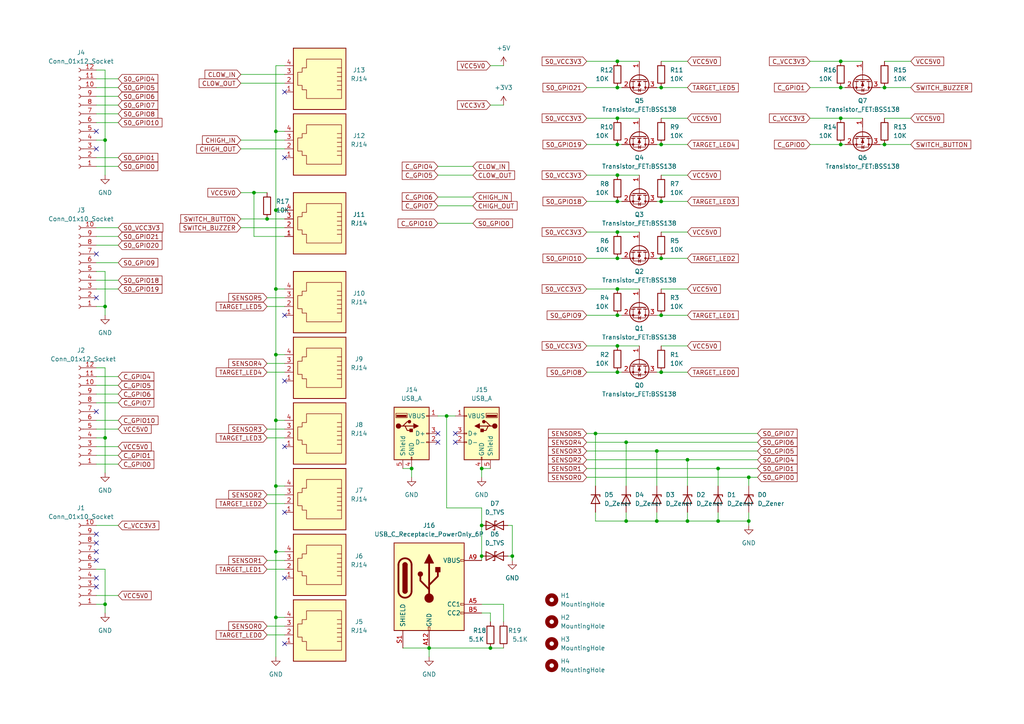
<source format=kicad_sch>
(kicad_sch (version 20230121) (generator eeschema)
  (paper "A4")
  (lib_symbols
    (symbol "Connector:Conn_01x10_Socket" (pin_names (offset 1.016) hide)
      (property "Reference" "J" (at 0 12.7 0))
      (property "Value" "Conn_01x10_Socket" (at 0 -15.24 0))
      (symbol "Conn_01x10_Socket_1_1"
        (pin passive line (at -5.08 10.16 0) (length 3.81) (name "Pin_1") (number "1"))
        (pin passive line (at -5.08 -12.7 0) (length 3.81) (name "Pin_10") (number "10"))
        (pin passive line (at -5.08 7.62 0) (length 3.81) (name "Pin_2") (number "2"))
        (pin passive line (at -5.08 5.08 0) (length 3.81) (name "Pin_3") (number "3"))
        (pin passive line (at -5.08 2.54 0) (length 3.81) (name "Pin_4") (number "4"))
        (pin passive line (at -5.08 0 0) (length 3.81) (name "Pin_5") (number "5"))
        (pin passive line (at -5.08 -2.54 0) (length 3.81) (name "Pin_6") (number "6"))
        (pin passive line (at -5.08 -5.08 0) (length 3.81) (name "Pin_7") (number "7"))
        (pin passive line (at -5.08 -7.62 0) (length 3.81) (name "Pin_8") (number "8"))
        (pin passive line (at -5.08 -10.16 0) (length 3.81) (name "Pin_9") (number "9"))
      )
    )
    (symbol "Connector:Conn_01x12_Socket" (pin_names (offset 1.016) hide)
      (property "Reference" "J" (at 0 15.24 0))
      (property "Value" "Conn_01x12_Socket" (at 0 -17.78 0))
      (symbol "Conn_01x12_Socket_1_1"
        (pin passive line (at -5.08 12.7 0) (length 3.81) (name "Pin_1") (number "1"))
        (pin passive line (at -5.08 -10.16 0) (length 3.81) (name "Pin_10") (number "10"))
        (pin passive line (at -5.08 -12.7 0) (length 3.81) (name "Pin_11") (number "11"))
        (pin passive line (at -5.08 -15.24 0) (length 3.81) (name "Pin_12") (number "12"))
        (pin passive line (at -5.08 10.16 0) (length 3.81) (name "Pin_2") (number "2"))
        (pin passive line (at -5.08 7.62 0) (length 3.81) (name "Pin_3") (number "3"))
        (pin passive line (at -5.08 5.08 0) (length 3.81) (name "Pin_4") (number "4"))
        (pin passive line (at -5.08 2.54 0) (length 3.81) (name "Pin_5") (number "5"))
        (pin passive line (at -5.08 0 0) (length 3.81) (name "Pin_6") (number "6"))
        (pin passive line (at -5.08 -2.54 0) (length 3.81) (name "Pin_7") (number "7"))
        (pin passive line (at -5.08 -5.08 0) (length 3.81) (name "Pin_8") (number "8"))
        (pin passive line (at -5.08 -7.62 0) (length 3.81) (name "Pin_9") (number "9"))
      )
    )
    (symbol "Connector:RJ14" (pin_names (offset 1.016))
      (property "Reference" "J" (at -5.08 11.43 0))
      (property "Value" "RJ14" (at 2.54 11.43 0))
      (symbol "RJ14_1_1"
        (pin passive line (at 10.16 -2.54 180) (length 2.54) (name "~") (number "1"))
        (pin passive line (at 10.16 0 180) (length 2.54) (name "~") (number "2"))
        (pin passive line (at 10.16 2.54 180) (length 2.54) (name "~") (number "3"))
        (pin passive line (at 10.16 5.08 180) (length 2.54) (name "~") (number "4"))
      )
    )
    (symbol "Connector:USB_A" (pin_names (offset 1.016))
      (property "Reference" "J" (at -5.08 11.43 0))
      (property "Value" "USB_A" (at -5.08 8.89 0))
      (symbol "USB_A_1_1"
        (pin power_in line (at 7.62 5.08 180) (length 2.54) (name "VBUS") (number "1"))
        (pin bidirectional line (at 7.62 -2.54 180) (length 2.54) (name "D-") (number "2"))
        (pin bidirectional line (at 7.62 0 180) (length 2.54) (name "D+") (number "3"))
        (pin power_in line (at 0 -10.16 90) (length 2.54) (name "GND") (number "4"))
        (pin passive line (at -2.54 -10.16 90) (length 2.54) (name "Shield") (number "5"))
      )
    )
    (symbol "Connector:USB_C_Receptacle_PowerOnly_6P" (pin_names (offset 1.016))
      (property "Reference" "J" (at 0 16.51 0))
      (property "Value" "USB_C_Receptacle_PowerOnly_6P" (at 0 13.97 0))
      (symbol "USB_C_Receptacle_PowerOnly_6P_1_1"
        (pin passive line (at 0 -17.78 90) (length 5.08) (name "GND") (number "A12"))
        (pin bidirectional line (at 15.24 -5.08 180) (length 5.08) (name "CC1") (number "A5"))
        (pin passive line (at 15.24 7.62 180) (length 5.08) (name "VBUS") (number "A9"))
        (pin passive line (at 0 -17.78 90) (length 5.08) hide (name "GND") (number "B12"))
        (pin bidirectional line (at 15.24 -7.62 180) (length 5.08) (name "CC2") (number "B5"))
        (pin passive line (at 15.24 7.62 180) (length 5.08) hide (name "VBUS") (number "B9"))
        (pin passive line (at -7.62 -17.78 90) (length 5.08) (name "SHIELD") (number "S1"))
      )
    )
    (symbol "Device:D_TVS" (pin_numbers hide) (pin_names (offset 1.016) hide)
      (property "Reference" "D" (at 0 2.54 0))
      (property "Value" "D_TVS" (at 0 -2.54 0))
      (symbol "D_TVS_1_1"
        (pin passive line (at -3.81 0 0) (length 2.54) (name "A1") (number "1"))
        (pin passive line (at 3.81 0 180) (length 2.54) (name "A2") (number "2"))
      )
    )
    (symbol "Device:D_Zener" (pin_numbers hide) (pin_names (offset 1.016) hide)
      (property "Reference" "D" (at 0 2.54 0))
      (property "Value" "D_Zener" (at 0 -2.54 0))
      (symbol "D_Zener_1_1"
        (pin passive line (at -3.81 0 0) (length 2.54) (name "K") (number "1"))
        (pin passive line (at 3.81 0 180) (length 2.54) (name "A") (number "2"))
      )
    )
    (symbol "Device:R" (pin_numbers hide) (pin_names (offset 0))
      (property "Reference" "R" (at 2.032 0 90))
      (property "Value" "R" (at 0 0 90))
      (symbol "R_1_1"
        (pin passive line (at 0 3.81 270) (length 1.27) (name "~") (number "1"))
        (pin passive line (at 0 -3.81 90) (length 1.27) (name "~") (number "2"))
      )
    )
    (symbol "Mechanical:MountingHole" (pin_names (offset 1.016))
      (property "Reference" "H" (at 0 5.08 0))
      (property "Value" "MountingHole" (at 0 3.175 0))
    )
    (symbol "Transistor_FET:BSS138" (pin_names hide)
      (property "Reference" "Q" (at 5.08 1.905 0))
      (property "Value" "BSS138" (at 5.08 0 0))
      (symbol "BSS138_1_1"
        (pin input line (at -5.08 0 0) (length 2.54) (name "G") (number "1"))
        (pin passive line (at 2.54 -5.08 90) (length 2.54) (name "S") (number "2"))
        (pin passive line (at 2.54 5.08 270) (length 2.54) (name "D") (number "3"))
      )
    )
    (symbol "power:+3V3" (power) (pin_names (offset 0))
      (property "Value" "+3V3" (at 0 3.556 0))
      (symbol "+3V3_1_1"
        (pin power_in line (at 0 0 90) (length 0) hide (name "+3V3") (number "1"))
      )
    )
    (symbol "power:+5V" (power) (pin_names (offset 0))
      (property "Value" "+5V" (at 0 3.556 0))
      (symbol "+5V_1_1"
        (pin power_in line (at 0 0 90) (length 0) hide (name "+5V") (number "1"))
      )
    )
    (symbol "power:GND" (power) (pin_names (offset 0))
      (property "Value" "GND" (at 0 -3.81 0))
      (symbol "GND_1_1"
        (pin power_in line (at 0 0 270) (length 0) hide (name "GND") (number "1"))
      )
    )
  )
  (junction (at 181.61 151.13))
  (junction (at 191.77 107.95))
  (junction (at 179.07 74.93))
  (junction (at 80.01 140.97))
  (junction (at 179.07 34.29))
  (junction (at 179.07 91.44))
  (junction (at 179.07 58.42))
  (junction (at 30.48 40.64))
  (junction (at 172.72 125.73))
  (junction (at 80.01 179.07))
  (junction (at 124.46 187.96))
  (junction (at 181.61 128.27))
  (junction (at 217.17 151.13))
  (junction (at 179.07 100.33))
  (junction (at 208.28 135.89))
  (junction (at 179.07 107.95))
  (junction (at 243.84 17.78))
  (junction (at 191.77 41.91))
  (junction (at 30.48 88.9))
  (junction (at 179.07 17.78))
  (junction (at 80.01 38.1))
  (junction (at 243.84 41.91))
  (junction (at 179.07 83.82))
  (junction (at 217.17 138.43))
  (junction (at 30.48 127))
  (junction (at 256.54 41.91))
  (junction (at 30.48 175.26))
  (junction (at 119.38 135.89))
  (junction (at 139.7 135.89))
  (junction (at 80.01 60.96))
  (junction (at 179.07 50.8))
  (junction (at 179.07 41.91))
  (junction (at 80.01 121.92))
  (junction (at 179.07 67.31))
  (junction (at 191.77 58.42))
  (junction (at 77.47 63.5))
  (junction (at 199.39 133.35))
  (junction (at 243.84 25.4))
  (junction (at 190.5 151.13))
  (junction (at 191.77 74.93))
  (junction (at 142.24 187.96))
  (junction (at 80.01 102.87))
  (junction (at 179.07 25.4))
  (junction (at 80.01 160.02))
  (junction (at 148.59 161.29))
  (junction (at 199.39 151.13))
  (junction (at 129.54 120.65))
  (junction (at 139.7 161.29))
  (junction (at 73.66 55.88))
  (junction (at 191.77 25.4))
  (junction (at 243.84 34.29))
  (junction (at 191.77 91.44))
  (junction (at 139.7 152.4))
  (junction (at 256.54 25.4))
  (junction (at 190.5 130.81))
  (junction (at 208.28 151.13))
  (junction (at 80.01 83.82))
  (no_connect (at 82.55 148.59))
  (no_connect (at 82.55 186.69))
  (no_connect (at 27.94 170.18))
  (no_connect (at 27.94 86.36))
  (no_connect (at 27.94 162.56))
  (no_connect (at 27.94 38.1))
  (no_connect (at 27.94 43.18))
  (no_connect (at 27.94 154.94))
  (no_connect (at 127 125.73))
  (no_connect (at 82.55 110.49))
  (no_connect (at 82.55 167.64))
  (no_connect (at 82.55 45.72))
  (no_connect (at 82.55 91.44))
  (no_connect (at 132.08 128.27))
  (no_connect (at 127 128.27))
  (no_connect (at 27.94 167.64))
  (no_connect (at 82.55 129.54))
  (no_connect (at 27.94 73.66))
  (no_connect (at 27.94 119.38))
  (no_connect (at 132.08 125.73))
  (no_connect (at 27.94 157.48))
  (no_connect (at 27.94 160.02))
  (no_connect (at 82.55 26.67))
  (wire (pts (xy 147.32 161.29) (xy 148.59 161.29)))
  (wire (pts (xy 77.47 184.15) (xy 82.55 184.15)))
  (wire (pts (xy 77.47 88.9) (xy 82.55 88.9)))
  (wire (pts (xy 185.42 100.33) (xy 179.07 100.33)))
  (wire (pts (xy 129.54 147.32) (xy 129.54 120.65)))
  (wire (pts (xy 142.24 30.48) (xy 146.05 30.48)))
  (wire (pts (xy 191.77 91.44) (xy 190.5 91.44)))
  (wire (pts (xy 191.77 58.42) (xy 199.39 58.42)))
  (wire (pts (xy 219.71 135.89) (xy 208.28 135.89)))
  (wire (pts (xy 34.29 71.12) (xy 27.94 71.12)))
  (wire (pts (xy 256.54 25.4) (xy 255.27 25.4)))
  (wire (pts (xy 30.48 165.1) (xy 30.48 175.26)))
  (wire (pts (xy 69.85 24.13) (xy 82.55 24.13)))
  (wire (pts (xy 127 50.8) (xy 137.16 50.8)))
  (wire (pts (xy 179.07 25.4) (xy 180.34 25.4)))
  (wire (pts (xy 217.17 148.59) (xy 217.17 151.13)))
  (wire (pts (xy 127 48.26) (xy 137.16 48.26)))
  (wire (pts (xy 219.71 128.27) (xy 181.61 128.27)))
  (wire (pts (xy 256.54 25.4) (xy 264.16 25.4)))
  (wire (pts (xy 116.84 135.89) (xy 119.38 135.89)))
  (wire (pts (xy 142.24 135.89) (xy 139.7 135.89)))
  (wire (pts (xy 124.46 187.96) (xy 142.24 187.96)))
  (wire (pts (xy 80.01 38.1) (xy 82.55 38.1)))
  (wire (pts (xy 191.77 91.44) (xy 199.39 91.44)))
  (wire (pts (xy 77.47 63.5) (xy 82.55 63.5)))
  (wire (pts (xy 139.7 177.8) (xy 142.24 177.8)))
  (wire (pts (xy 139.7 147.32) (xy 129.54 147.32)))
  (wire (pts (xy 179.07 91.44) (xy 180.34 91.44)))
  (wire (pts (xy 69.85 55.88) (xy 73.66 55.88)))
  (wire (pts (xy 179.07 107.95) (xy 180.34 107.95)))
  (wire (pts (xy 219.71 138.43) (xy 217.17 138.43)))
  (wire (pts (xy 77.47 107.95) (xy 82.55 107.95)))
  (wire (pts (xy 170.18 130.81) (xy 190.5 130.81)))
  (wire (pts (xy 191.77 25.4) (xy 190.5 25.4)))
  (wire (pts (xy 219.71 133.35) (xy 199.39 133.35)))
  (wire (pts (xy 27.94 129.54) (xy 34.29 129.54)))
  (wire (pts (xy 170.18 100.33) (xy 179.07 100.33)))
  (wire (pts (xy 73.66 68.58) (xy 82.55 68.58)))
  (wire (pts (xy 256.54 41.91) (xy 255.27 41.91)))
  (wire (pts (xy 27.94 20.32) (xy 30.48 20.32)))
  (wire (pts (xy 142.24 19.05) (xy 146.05 19.05)))
  (wire (pts (xy 170.18 58.42) (xy 179.07 58.42)))
  (wire (pts (xy 170.18 128.27) (xy 181.61 128.27)))
  (wire (pts (xy 191.77 74.93) (xy 190.5 74.93)))
  (wire (pts (xy 34.29 27.94) (xy 27.94 27.94)))
  (wire (pts (xy 199.39 148.59) (xy 199.39 151.13)))
  (wire (pts (xy 34.29 35.56) (xy 27.94 35.56)))
  (wire (pts (xy 80.01 160.02) (xy 80.01 179.07)))
  (wire (pts (xy 80.01 102.87) (xy 80.01 121.92)))
  (wire (pts (xy 30.48 175.26) (xy 30.48 177.8)))
  (wire (pts (xy 243.84 25.4) (xy 245.11 25.4)))
  (wire (pts (xy 34.29 33.02) (xy 27.94 33.02)))
  (wire (pts (xy 199.39 83.82) (xy 191.77 83.82)))
  (wire (pts (xy 217.17 151.13) (xy 208.28 151.13)))
  (wire (pts (xy 77.47 105.41) (xy 82.55 105.41)))
  (wire (pts (xy 30.48 127) (xy 30.48 137.16)))
  (wire (pts (xy 27.94 121.92) (xy 34.29 121.92)))
  (wire (pts (xy 30.48 88.9) (xy 27.94 88.9)))
  (wire (pts (xy 30.48 40.64) (xy 30.48 50.8)))
  (wire (pts (xy 170.18 17.78) (xy 179.07 17.78)))
  (wire (pts (xy 256.54 41.91) (xy 264.16 41.91)))
  (wire (pts (xy 77.47 181.61) (xy 82.55 181.61)))
  (wire (pts (xy 234.95 34.29) (xy 243.84 34.29)))
  (wire (pts (xy 80.01 83.82) (xy 82.55 83.82)))
  (wire (pts (xy 27.94 40.64) (xy 30.48 40.64)))
  (wire (pts (xy 250.19 17.78) (xy 243.84 17.78)))
  (wire (pts (xy 80.01 140.97) (xy 82.55 140.97)))
  (wire (pts (xy 34.29 68.58) (xy 27.94 68.58)))
  (wire (pts (xy 34.29 83.82) (xy 27.94 83.82)))
  (wire (pts (xy 185.42 34.29) (xy 179.07 34.29)))
  (wire (pts (xy 82.55 60.96) (xy 80.01 60.96)))
  (wire (pts (xy 170.18 34.29) (xy 179.07 34.29)))
  (wire (pts (xy 170.18 83.82) (xy 179.07 83.82)))
  (wire (pts (xy 27.94 152.4) (xy 34.29 152.4)))
  (wire (pts (xy 185.42 67.31) (xy 179.07 67.31)))
  (wire (pts (xy 139.7 162.56) (xy 139.7 161.29)))
  (wire (pts (xy 172.72 148.59) (xy 172.72 151.13)))
  (wire (pts (xy 170.18 107.95) (xy 179.07 107.95)))
  (wire (pts (xy 27.94 132.08) (xy 34.29 132.08)))
  (wire (pts (xy 208.28 148.59) (xy 208.28 151.13)))
  (wire (pts (xy 77.47 124.46) (xy 82.55 124.46)))
  (wire (pts (xy 80.01 179.07) (xy 80.01 190.5)))
  (wire (pts (xy 146.05 180.34) (xy 146.05 175.26)))
  (wire (pts (xy 190.5 148.59) (xy 190.5 151.13)))
  (wire (pts (xy 148.59 152.4) (xy 148.59 161.29)))
  (wire (pts (xy 191.77 25.4) (xy 199.39 25.4)))
  (wire (pts (xy 170.18 91.44) (xy 179.07 91.44)))
  (wire (pts (xy 80.01 60.96) (xy 80.01 83.82)))
  (wire (pts (xy 147.32 152.4) (xy 148.59 152.4)))
  (wire (pts (xy 34.29 48.26) (xy 27.94 48.26)))
  (wire (pts (xy 34.29 66.04) (xy 27.94 66.04)))
  (wire (pts (xy 146.05 175.26) (xy 139.7 175.26)))
  (wire (pts (xy 69.85 43.18) (xy 82.55 43.18)))
  (wire (pts (xy 170.18 74.93) (xy 179.07 74.93)))
  (wire (pts (xy 80.01 19.05) (xy 80.01 38.1)))
  (wire (pts (xy 179.07 41.91) (xy 180.34 41.91)))
  (wire (pts (xy 148.59 161.29) (xy 148.59 162.56)))
  (wire (pts (xy 119.38 135.89) (xy 119.38 138.43)))
  (wire (pts (xy 170.18 138.43) (xy 217.17 138.43)))
  (wire (pts (xy 27.94 165.1) (xy 30.48 165.1)))
  (wire (pts (xy 185.42 50.8) (xy 179.07 50.8)))
  (wire (pts (xy 34.29 30.48) (xy 27.94 30.48)))
  (wire (pts (xy 82.55 19.05) (xy 80.01 19.05)))
  (wire (pts (xy 170.18 41.91) (xy 179.07 41.91)))
  (wire (pts (xy 208.28 151.13) (xy 199.39 151.13)))
  (wire (pts (xy 124.46 187.96) (xy 124.46 190.5)))
  (wire (pts (xy 170.18 67.31) (xy 179.07 67.31)))
  (wire (pts (xy 30.48 91.44) (xy 30.48 88.9)))
  (wire (pts (xy 172.72 125.73) (xy 172.72 140.97)))
  (wire (pts (xy 127 120.65) (xy 129.54 120.65)))
  (wire (pts (xy 127 57.15) (xy 137.16 57.15)))
  (wire (pts (xy 34.29 25.4) (xy 27.94 25.4)))
  (wire (pts (xy 190.5 151.13) (xy 181.61 151.13)))
  (wire (pts (xy 129.54 120.65) (xy 132.08 120.65)))
  (wire (pts (xy 170.18 50.8) (xy 179.07 50.8)))
  (wire (pts (xy 27.94 172.72) (xy 34.29 172.72)))
  (wire (pts (xy 234.95 25.4) (xy 243.84 25.4)))
  (wire (pts (xy 80.01 140.97) (xy 80.01 160.02)))
  (wire (pts (xy 27.94 134.62) (xy 34.29 134.62)))
  (wire (pts (xy 77.47 162.56) (xy 82.55 162.56)))
  (wire (pts (xy 217.17 151.13) (xy 217.17 152.4)))
  (wire (pts (xy 264.16 17.78) (xy 256.54 17.78)))
  (wire (pts (xy 77.47 146.05) (xy 82.55 146.05)))
  (wire (pts (xy 191.77 107.95) (xy 190.5 107.95)))
  (wire (pts (xy 27.94 114.3) (xy 34.29 114.3)))
  (wire (pts (xy 69.85 63.5) (xy 77.47 63.5)))
  (wire (pts (xy 191.77 107.95) (xy 199.39 107.95)))
  (wire (pts (xy 190.5 130.81) (xy 190.5 140.97)))
  (wire (pts (xy 234.95 17.78) (xy 243.84 17.78)))
  (wire (pts (xy 219.71 125.73) (xy 172.72 125.73)))
  (wire (pts (xy 69.85 40.64) (xy 82.55 40.64)))
  (wire (pts (xy 199.39 100.33) (xy 191.77 100.33)))
  (wire (pts (xy 80.01 83.82) (xy 80.01 102.87)))
  (wire (pts (xy 250.19 34.29) (xy 243.84 34.29)))
  (wire (pts (xy 73.66 55.88) (xy 73.66 68.58)))
  (wire (pts (xy 191.77 41.91) (xy 190.5 41.91)))
  (wire (pts (xy 142.24 177.8) (xy 142.24 180.34)))
  (wire (pts (xy 27.94 109.22) (xy 34.29 109.22)))
  (wire (pts (xy 170.18 125.73) (xy 172.72 125.73)))
  (wire (pts (xy 181.61 148.59) (xy 181.61 151.13)))
  (wire (pts (xy 80.01 121.92) (xy 80.01 140.97)))
  (wire (pts (xy 80.01 38.1) (xy 80.01 60.96)))
  (wire (pts (xy 30.48 78.74) (xy 30.48 88.9)))
  (wire (pts (xy 181.61 151.13) (xy 172.72 151.13)))
  (wire (pts (xy 181.61 128.27) (xy 181.61 140.97)))
  (wire (pts (xy 170.18 25.4) (xy 179.07 25.4)))
  (wire (pts (xy 80.01 121.92) (xy 82.55 121.92)))
  (wire (pts (xy 191.77 41.91) (xy 199.39 41.91)))
  (wire (pts (xy 69.85 21.59) (xy 82.55 21.59)))
  (wire (pts (xy 80.01 160.02) (xy 82.55 160.02)))
  (wire (pts (xy 80.01 102.87) (xy 82.55 102.87)))
  (wire (pts (xy 34.29 45.72) (xy 27.94 45.72)))
  (wire (pts (xy 69.85 66.04) (xy 82.55 66.04)))
  (wire (pts (xy 127 64.77) (xy 137.16 64.77)))
  (wire (pts (xy 142.24 187.96) (xy 146.05 187.96)))
  (wire (pts (xy 199.39 50.8) (xy 191.77 50.8)))
  (wire (pts (xy 199.39 34.29) (xy 191.77 34.29)))
  (wire (pts (xy 170.18 135.89) (xy 208.28 135.89)))
  (wire (pts (xy 116.84 187.96) (xy 124.46 187.96)))
  (wire (pts (xy 27.94 116.84) (xy 34.29 116.84)))
  (wire (pts (xy 27.94 127) (xy 30.48 127)))
  (wire (pts (xy 199.39 17.78) (xy 191.77 17.78)))
  (wire (pts (xy 191.77 74.93) (xy 199.39 74.93)))
  (wire (pts (xy 243.84 41.91) (xy 245.11 41.91)))
  (wire (pts (xy 217.17 138.43) (xy 217.17 140.97)))
  (wire (pts (xy 139.7 161.29) (xy 139.7 152.4)))
  (wire (pts (xy 30.48 20.32) (xy 30.48 40.64)))
  (wire (pts (xy 27.94 78.74) (xy 30.48 78.74)))
  (wire (pts (xy 80.01 179.07) (xy 82.55 179.07)))
  (wire (pts (xy 34.29 22.86) (xy 27.94 22.86)))
  (wire (pts (xy 27.94 111.76) (xy 34.29 111.76)))
  (wire (pts (xy 199.39 67.31) (xy 191.77 67.31)))
  (wire (pts (xy 27.94 106.68) (xy 30.48 106.68)))
  (wire (pts (xy 139.7 135.89) (xy 139.7 138.43)))
  (wire (pts (xy 77.47 165.1) (xy 82.55 165.1)))
  (wire (pts (xy 191.77 58.42) (xy 190.5 58.42)))
  (wire (pts (xy 77.47 86.36) (xy 82.55 86.36)))
  (wire (pts (xy 199.39 151.13) (xy 190.5 151.13)))
  (wire (pts (xy 27.94 124.46) (xy 34.29 124.46)))
  (wire (pts (xy 179.07 58.42) (xy 180.34 58.42)))
  (wire (pts (xy 34.29 76.2) (xy 27.94 76.2)))
  (wire (pts (xy 73.66 55.88) (xy 77.47 55.88)))
  (wire (pts (xy 219.71 130.81) (xy 190.5 130.81)))
  (wire (pts (xy 185.42 83.82) (xy 179.07 83.82)))
  (wire (pts (xy 199.39 133.35) (xy 199.39 140.97)))
  (wire (pts (xy 77.47 127) (xy 82.55 127)))
  (wire (pts (xy 170.18 133.35) (xy 199.39 133.35)))
  (wire (pts (xy 34.29 81.28) (xy 27.94 81.28)))
  (wire (pts (xy 30.48 106.68) (xy 30.48 127)))
  (wire (pts (xy 127 59.69) (xy 137.16 59.69)))
  (wire (pts (xy 264.16 34.29) (xy 256.54 34.29)))
  (wire (pts (xy 208.28 135.89) (xy 208.28 140.97)))
  (wire (pts (xy 77.47 143.51) (xy 82.55 143.51)))
  (wire (pts (xy 179.07 74.93) (xy 180.34 74.93)))
  (wire (pts (xy 27.94 175.26) (xy 30.48 175.26)))
  (wire (pts (xy 234.95 41.91) (xy 243.84 41.91)))
  (wire (pts (xy 185.42 17.78) (xy 179.07 17.78)))
  (wire (pts (xy 139.7 152.4) (xy 139.7 147.32)))
  (global_label "CHIGH_OUT" (shape input) (at 69.85 43.18 180) (property "Intersheetrefs" "${INTERSHEET_REFS}" (effects hide)))
  (global_label "C_GPIO0" (shape input) (at 34.29 134.62 0) (property "Intersheetrefs" "${INTERSHEET_REFS}" (effects hide)))
  (global_label "S0_VCC3V3" (shape input) (at 170.18 34.29 180) (property "Intersheetrefs" "${INTERSHEET_REFS}" (effects hide)))
  (global_label "SENSOR5" (shape input) (at 77.47 86.36 180) (property "Intersheetrefs" "${INTERSHEET_REFS}" (effects hide)))
  (global_label "VCC5V0" (shape input) (at 199.39 50.8 0) (property "Intersheetrefs" "${INTERSHEET_REFS}" (effects hide)))
  (global_label "S0_GPIO18" (shape input) (at 170.18 58.42 180) (property "Intersheetrefs" "${INTERSHEET_REFS}" (effects hide)))
  (global_label "S0_GPIO9" (shape input) (at 170.18 91.44 180) (property "Intersheetrefs" "${INTERSHEET_REFS}" (effects hide)))
  (global_label "C_GPIO7" (shape input) (at 34.29 116.84 0) (property "Intersheetrefs" "${INTERSHEET_REFS}" (effects hide)))
  (global_label "C_GPIO4" (shape input) (at 127 48.26 180) (property "Intersheetrefs" "${INTERSHEET_REFS}" (effects hide)))
  (global_label "S0_VCC3V3" (shape input) (at 170.18 83.82 180) (property "Intersheetrefs" "${INTERSHEET_REFS}" (effects hide)))
  (global_label "TARGET_LED2" (shape input) (at 77.47 146.05 180) (property "Intersheetrefs" "${INTERSHEET_REFS}" (effects hide)))
  (global_label "C_GPIO1" (shape input) (at 34.29 132.08 0) (property "Intersheetrefs" "${INTERSHEET_REFS}" (effects hide)))
  (global_label "VCC5V0" (shape input) (at 264.16 17.78 0) (property "Intersheetrefs" "${INTERSHEET_REFS}" (effects hide)))
  (global_label "CLOW_OUT" (shape input) (at 137.16 50.8 0) (property "Intersheetrefs" "${INTERSHEET_REFS}" (effects hide)))
  (global_label "S0_GPIO7" (shape input) (at 34.29 30.48 0) (property "Intersheetrefs" "${INTERSHEET_REFS}" (effects hide)))
  (global_label "CLOW_OUT" (shape input) (at 69.85 24.13 180) (property "Intersheetrefs" "${INTERSHEET_REFS}" (effects hide)))
  (global_label "S0_VCC3V3" (shape input) (at 34.29 66.04 0) (property "Intersheetrefs" "${INTERSHEET_REFS}" (effects hide)))
  (global_label "VCC5V0" (shape input) (at 264.16 34.29 0) (property "Intersheetrefs" "${INTERSHEET_REFS}" (effects hide)))
  (global_label "S0_GPIO9" (shape input) (at 34.29 76.2 0) (property "Intersheetrefs" "${INTERSHEET_REFS}" (effects hide)))
  (global_label "SWITCH_BUZZER" (shape input) (at 69.85 66.04 180) (property "Intersheetrefs" "${INTERSHEET_REFS}" (effects hide)))
  (global_label "S0_GPIO4" (shape input) (at 34.29 22.86 0) (property "Intersheetrefs" "${INTERSHEET_REFS}" (effects hide)))
  (global_label "VCC5V0" (shape input) (at 199.39 83.82 0) (property "Intersheetrefs" "${INTERSHEET_REFS}" (effects hide)))
  (global_label "SENSOR1" (shape input) (at 170.18 135.89 180) (property "Intersheetrefs" "${INTERSHEET_REFS}" (effects hide)))
  (global_label "SENSOR3" (shape input) (at 170.18 130.81 180) (property "Intersheetrefs" "${INTERSHEET_REFS}" (effects hide)))
  (global_label "C_VCC3V3" (shape input) (at 34.29 152.4 0) (property "Intersheetrefs" "${INTERSHEET_REFS}" (effects hide)))
  (global_label "S0_VCC3V3" (shape input) (at 170.18 100.33 180) (property "Intersheetrefs" "${INTERSHEET_REFS}" (effects hide)))
  (global_label "S0_GPIO5" (shape input) (at 219.71 130.81 0) (property "Intersheetrefs" "${INTERSHEET_REFS}" (effects hide)))
  (global_label "S0_GPIO8" (shape input) (at 170.18 107.95 180) (property "Intersheetrefs" "${INTERSHEET_REFS}" (effects hide)))
  (global_label "S0_GPIO5" (shape input) (at 34.29 25.4 0) (property "Intersheetrefs" "${INTERSHEET_REFS}" (effects hide)))
  (global_label "CHIGH_IN" (shape input) (at 69.85 40.64 180) (property "Intersheetrefs" "${INTERSHEET_REFS}" (effects hide)))
  (global_label "C_GPIO5" (shape input) (at 34.29 111.76 0) (property "Intersheetrefs" "${INTERSHEET_REFS}" (effects hide)))
  (global_label "TARGET_LED5" (shape input) (at 199.39 25.4 0) (property "Intersheetrefs" "${INTERSHEET_REFS}" (effects hide)))
  (global_label "S0_GPIO0" (shape input) (at 219.71 138.43 0) (property "Intersheetrefs" "${INTERSHEET_REFS}" (effects hide)))
  (global_label "S0_GPIO18" (shape input) (at 34.29 81.28 0) (property "Intersheetrefs" "${INTERSHEET_REFS}" (effects hide)))
  (global_label "SENSOR0" (shape input) (at 170.18 138.43 180) (property "Intersheetrefs" "${INTERSHEET_REFS}" (effects hide)))
  (global_label "VCC5V0" (shape input) (at 199.39 17.78 0) (property "Intersheetrefs" "${INTERSHEET_REFS}" (effects hide)))
  (global_label "C_GPIO10" (shape input) (at 127 64.77 180) (property "Intersheetrefs" "${INTERSHEET_REFS}" (effects hide)))
  (global_label "S0_GPIO6" (shape input) (at 219.71 128.27 0) (property "Intersheetrefs" "${INTERSHEET_REFS}" (effects hide)))
  (global_label "TARGET_LED1" (shape input) (at 77.47 165.1 180) (property "Intersheetrefs" "${INTERSHEET_REFS}" (effects hide)))
  (global_label "TARGET_LED0" (shape input) (at 77.47 184.15 180) (property "Intersheetrefs" "${INTERSHEET_REFS}" (effects hide)))
  (global_label "S0_VCC3V3" (shape input) (at 170.18 17.78 180) (property "Intersheetrefs" "${INTERSHEET_REFS}" (effects hide)))
  (global_label "CHIGH_OUT" (shape input) (at 137.16 59.69 0) (property "Intersheetrefs" "${INTERSHEET_REFS}" (effects hide)))
  (global_label "TARGET_LED5" (shape input) (at 77.47 88.9 180) (property "Intersheetrefs" "${INTERSHEET_REFS}" (effects hide)))
  (global_label "SWITCH_BUTTON" (shape input) (at 264.16 41.91 0) (property "Intersheetrefs" "${INTERSHEET_REFS}" (effects hide)))
  (global_label "SENSOR2" (shape input) (at 170.18 133.35 180) (property "Intersheetrefs" "${INTERSHEET_REFS}" (effects hide)))
  (global_label "S0_GPIO6" (shape input) (at 34.29 27.94 0) (property "Intersheetrefs" "${INTERSHEET_REFS}" (effects hide)))
  (global_label "VCC5V0" (shape input) (at 34.29 172.72 0) (property "Intersheetrefs" "${INTERSHEET_REFS}" (effects hide)))
  (global_label "VCC5V0" (shape input) (at 199.39 100.33 0) (property "Intersheetrefs" "${INTERSHEET_REFS}" (effects hide)))
  (global_label "S0_GPIO0" (shape input) (at 34.29 48.26 0) (property "Intersheetrefs" "${INTERSHEET_REFS}" (effects hide)))
  (global_label "SWITCH_BUZZER" (shape input) (at 264.16 25.4 0) (property "Intersheetrefs" "${INTERSHEET_REFS}" (effects hide)))
  (global_label "C_GPIO1" (shape input) (at 234.95 25.4 180) (property "Intersheetrefs" "${INTERSHEET_REFS}" (effects hide)))
  (global_label "SENSOR0" (shape input) (at 77.47 181.61 180) (property "Intersheetrefs" "${INTERSHEET_REFS}" (effects hide)))
  (global_label "CHIGH_IN" (shape input) (at 137.16 57.15 0) (property "Intersheetrefs" "${INTERSHEET_REFS}" (effects hide)))
  (global_label "C_GPIO4" (shape input) (at 34.29 109.22 0) (property "Intersheetrefs" "${INTERSHEET_REFS}" (effects hide)))
  (global_label "TARGET_LED2" (shape input) (at 199.39 74.93 0) (property "Intersheetrefs" "${INTERSHEET_REFS}" (effects hide)))
  (global_label "TARGET_LED1" (shape input) (at 199.39 91.44 0) (property "Intersheetrefs" "${INTERSHEET_REFS}" (effects hide)))
  (global_label "TARGET_LED3" (shape input) (at 77.47 127 180) (property "Intersheetrefs" "${INTERSHEET_REFS}" (effects hide)))
  (global_label "SENSOR4" (shape input) (at 170.18 128.27 180) (property "Intersheetrefs" "${INTERSHEET_REFS}" (effects hide)))
  (global_label "S0_GPIO1" (shape input) (at 219.71 135.89 0) (property "Intersheetrefs" "${INTERSHEET_REFS}" (effects hide)))
  (global_label "VCC5V0" (shape input) (at 142.24 19.05 180) (property "Intersheetrefs" "${INTERSHEET_REFS}" (effects hide)))
  (global_label "S0_GPIO19" (shape input) (at 170.18 41.91 180) (property "Intersheetrefs" "${INTERSHEET_REFS}" (effects hide)))
  (global_label "S0_GPIO7" (shape input) (at 219.71 125.73 0) (property "Intersheetrefs" "${INTERSHEET_REFS}" (effects hide)))
  (global_label "C_VCC3V3" (shape input) (at 234.95 34.29 180) (property "Intersheetrefs" "${INTERSHEET_REFS}" (effects hide)))
  (global_label "SENSOR3" (shape input) (at 77.47 124.46 180) (property "Intersheetrefs" "${INTERSHEET_REFS}" (effects hide)))
  (global_label "S0_GPIO4" (shape input) (at 219.71 133.35 0) (property "Intersheetrefs" "${INTERSHEET_REFS}" (effects hide)))
  (global_label "TARGET_LED4" (shape input) (at 199.39 41.91 0) (property "Intersheetrefs" "${INTERSHEET_REFS}" (effects hide)))
  (global_label "C_VCC3V3" (shape input) (at 234.95 17.78 180) (property "Intersheetrefs" "${INTERSHEET_REFS}" (effects hide)))
  (global_label "C_GPIO0" (shape input) (at 234.95 41.91 180) (property "Intersheetrefs" "${INTERSHEET_REFS}" (effects hide)))
  (global_label "VCC5V0" (shape input) (at 34.29 124.46 0) (property "Intersheetrefs" "${INTERSHEET_REFS}" (effects hide)))
  (global_label "S0_GPIO10" (shape input) (at 34.29 35.56 0) (property "Intersheetrefs" "${INTERSHEET_REFS}" (effects hide)))
  (global_label "S0_GPIO1" (shape input) (at 34.29 45.72 0) (property "Intersheetrefs" "${INTERSHEET_REFS}" (effects hide)))
  (global_label "S0_GPIO20" (shape input) (at 34.29 71.12 0) (property "Intersheetrefs" "${INTERSHEET_REFS}" (effects hide)))
  (global_label "CLOW_IN" (shape input) (at 69.85 21.59 180) (property "Intersheetrefs" "${INTERSHEET_REFS}" (effects hide)))
  (global_label "SENSOR5" (shape input) (at 170.18 125.73 180) (property "Intersheetrefs" "${INTERSHEET_REFS}" (effects hide)))
  (global_label "C_GPIO5" (shape input) (at 127 50.8 180) (property "Intersheetrefs" "${INTERSHEET_REFS}" (effects hide)))
  (global_label "VCC5V0" (shape input) (at 34.29 129.54 0) (property "Intersheetrefs" "${INTERSHEET_REFS}" (effects hide)))
  (global_label "S0_VCC3V3" (shape input) (at 170.18 67.31 180) (property "Intersheetrefs" "${INTERSHEET_REFS}" (effects hide)))
  (global_label "S0_GPIO10" (shape input) (at 170.18 74.93 180) (property "Intersheetrefs" "${INTERSHEET_REFS}" (effects hide)))
  (global_label "C_GPIO10" (shape input) (at 34.29 121.92 0) (property "Intersheetrefs" "${INTERSHEET_REFS}" (effects hide)))
  (global_label "SENSOR2" (shape input) (at 77.47 143.51 180) (property "Intersheetrefs" "${INTERSHEET_REFS}" (effects hide)))
  (global_label "C_GPIO7" (shape input) (at 127 59.69 180) (property "Intersheetrefs" "${INTERSHEET_REFS}" (effects hide)))
  (global_label "C_GPIO6" (shape input) (at 34.29 114.3 0) (property "Intersheetrefs" "${INTERSHEET_REFS}" (effects hide)))
  (global_label "TARGET_LED3" (shape input) (at 199.39 58.42 0) (property "Intersheetrefs" "${INTERSHEET_REFS}" (effects hide)))
  (global_label "S0_GPIO21" (shape input) (at 34.29 68.58 0) (property "Intersheetrefs" "${INTERSHEET_REFS}" (effects hide)))
  (global_label "S0_GPIO8" (shape input) (at 34.29 33.02 0) (property "Intersheetrefs" "${INTERSHEET_REFS}" (effects hide)))
  (global_label "VCC3V3" (shape input) (at 142.24 30.48 180) (property "Intersheetrefs" "${INTERSHEET_REFS}" (effects hide)))
  (global_label "C_GPIO6" (shape input) (at 127 57.15 180) (property "Intersheetrefs" "${INTERSHEET_REFS}" (effects hide)))
  (global_label "S0_GPIO0" (shape input) (at 137.16 64.77 0) (property "Intersheetrefs" "${INTERSHEET_REFS}" (effects hide)))
  (global_label "VCC5V0" (shape input) (at 199.39 34.29 0) (property "Intersheetrefs" "${INTERSHEET_REFS}" (effects hide)))
  (global_label "VCC5V0" (shape input) (at 199.39 67.31 0) (property "Intersheetrefs" "${INTERSHEET_REFS}" (effects hide)))
  (global_label "SENSOR1" (shape input) (at 77.47 162.56 180) (property "Intersheetrefs" "${INTERSHEET_REFS}" (effects hide)))
  (global_label "TARGET_LED0" (shape input) (at 199.39 107.95 0) (property "Intersheetrefs" "${INTERSHEET_REFS}" (effects hide)))
  (global_label "VCC5V0" (shape input) (at 69.85 55.88 180) (property "Intersheetrefs" "${INTERSHEET_REFS}" (effects hide)))
  (global_label "TARGET_LED4" (shape input) (at 77.47 107.95 180) (property "Intersheetrefs" "${INTERSHEET_REFS}" (effects hide)))
  (global_label "SWITCH_BUTTON" (shape input) (at 69.85 63.5 180) (property "Intersheetrefs" "${INTERSHEET_REFS}" (effects hide)))
  (global_label "S0_VCC3V3" (shape input) (at 170.18 50.8 180) (property "Intersheetrefs" "${INTERSHEET_REFS}" (effects hide)))
  (global_label "CLOW_IN" (shape input) (at 137.16 48.26 0) (property "Intersheetrefs" "${INTERSHEET_REFS}" (effects hide)))
  (global_label "SENSOR4" (shape input) (at 77.47 105.41 180) (property "Intersheetrefs" "${INTERSHEET_REFS}" (effects hide)))
  (global_label "S0_GPIO21" (shape input) (at 170.18 25.4 180) (property "Intersheetrefs" "${INTERSHEET_REFS}" (effects hide)))
  (global_label "S0_GPIO19" (shape input) (at 34.29 83.82 0) (property "Intersheetrefs" "${INTERSHEET_REFS}" (effects hide)))
  (symbol (lib_id "power:GND") (at 139.7 138.43 0) (mirror y) (unit 1)
    (property "Reference" "#PWR05" (effects hide))
    (property "Value" "GND" (at 139.7 143.51 0))
  )
  (symbol (lib_id "Connector:RJ14") (at 92.71 127 0) (mirror y) (unit 1)
    (property "Reference" "J8" (at 104.14 123.19 0))
    (property "Value" "RJ14" (at 104.14 125.73 0))
    (property "Footprint" "Connector_RJ:RJ14_Connfly_DS1133-S4_Horizontal" (effects hide))
  )
  (symbol (lib_id "Connector:RJ14") (at 92.71 107.95 0) (mirror y) (unit 1)
    (property "Reference" "J9" (at 104.14 104.14 0))
    (property "Value" "RJ14" (at 104.14 106.68 0))
    (property "Footprint" "Connector_RJ:RJ14_Connfly_DS1133-S4_Horizontal" (effects hide))
  )
  (symbol (lib_id "Transistor_FET:BSS138") (at 185.42 88.9 270) (unit 1)
    (property "Reference" "Q1" (at 185.42 95.25 90))
    (property "Value" "Transistor_FET:BSS138" (at 185.42 97.79 90))
    (property "Footprint" "Package_TO_SOT_SMD:SOT-23" (effects hide))
    (property "Datasheet" "https://www.onsemi.com/pub/Collateral/BSS138-D.PDF" (effects hide))
    (property "Sim.Device" "NMOS" (effects hide))
    (property "Sim.Type" "VDMOS" (effects hide))
    (property "Sim.Pins" "1=D 2=G 3=S" (effects hide))
  )
  (symbol (lib_id "Connector:Conn_01x12_Socket") (at 22.86 121.92 180) (unit 1)
    (property "Reference" "J2" (at 23.495 101.6 0))
    (property "Value" "Conn_01x12_Socket" (at 24.13 104.14 0))
    (property "Footprint" "Connector_PinHeader_2.54mm:PinHeader_1x12_P2.54mm_Vertical" (effects hide))
  )
  (symbol (lib_id "Device:R") (at 179.07 21.59 0) (unit 1)
    (property "Reference" "R12" (at 173.99 20.32 0) (effects (justify left)))
    (property "Value" "10K" (at 172.72 22.86 0) (effects (justify left)))
    (property "Footprint" "Resistor_SMD:R_0603_1608Metric" (effects hide))
  )
  (symbol (lib_id "Transistor_FET:BSS138") (at 185.42 39.37 270) (unit 1)
    (property "Reference" "Q4" (at 185.42 45.72 90))
    (property "Value" "Transistor_FET:BSS138" (at 185.42 48.26 90))
    (property "Footprint" "Package_TO_SOT_SMD:SOT-23" (effects hide))
    (property "Datasheet" "https://www.onsemi.com/pub/Collateral/BSS138-D.PDF" (effects hide))
    (property "Sim.Device" "NMOS" (effects hide))
    (property "Sim.Type" "VDMOS" (effects hide))
    (property "Sim.Pins" "1=D 2=G 3=S" (effects hide))
  )
  (symbol (lib_id "Mechanical:MountingHole") (at 160.02 186.69 0) (unit 1)
    (property "Reference" "H3" (at 162.56 185.42 0) (effects (justify left)))
    (property "Value" "MountingHole" (at 162.56 187.96 0) (effects (justify left)))
    (property "Footprint" "MountingHole:MountingHole_3.2mm_M3_ISO14580" (effects hide))
  )
  (symbol (lib_id "Device:R") (at 77.47 59.69 0) (unit 1)
    (property "Reference" "R17" (at 80.01 58.42 0) (effects (justify left)))
    (property "Value" "10K" (at 80.01 60.96 0) (effects (justify left)))
    (property "Footprint" "Resistor_SMD:R_0603_1608Metric" (effects hide))
  )
  (symbol (lib_id "Connector:RJ14") (at 92.71 88.9 0) (mirror y) (unit 1)
    (property "Reference" "J10" (at 104.14 85.09 0))
    (property "Value" "RJ14" (at 104.14 87.63 0))
    (property "Footprint" "Connector_RJ:RJ14_Connfly_DS1133-S4_Horizontal" (effects hide))
  )
  (symbol (lib_id "Device:R") (at 179.07 38.1 0) (unit 1)
    (property "Reference" "R10" (at 173.99 36.83 0) (effects (justify left)))
    (property "Value" "10K" (at 172.72 39.37 0) (effects (justify left)))
    (property "Footprint" "Resistor_SMD:R_0603_1608Metric" (effects hide))
  )
  (symbol (lib_id "Device:R") (at 191.77 104.14 0) (unit 1)
    (property "Reference" "R1" (at 194.31 102.87 0) (effects (justify left)))
    (property "Value" "10K" (at 194.31 105.41 0) (effects (justify left)))
    (property "Footprint" "Resistor_SMD:R_0603_1608Metric" (effects hide))
  )
  (symbol (lib_id "Transistor_FET:BSS138") (at 250.19 22.86 270) (unit 1)
    (property "Reference" "Q7" (at 250.19 29.21 90))
    (property "Value" "Transistor_FET:BSS138" (at 250.19 31.75 90))
    (property "Footprint" "Package_TO_SOT_SMD:SOT-23" (effects hide))
    (property "Datasheet" "https://www.onsemi.com/pub/Collateral/BSS138-D.PDF" (effects hide))
    (property "Sim.Device" "NMOS" (effects hide))
    (property "Sim.Type" "VDMOS" (effects hide))
    (property "Sim.Pins" "1=D 2=G 3=S" (effects hide))
  )
  (symbol (lib_id "Device:R") (at 179.07 87.63 0) (unit 1)
    (property "Reference" "R4" (at 173.99 86.36 0) (effects (justify left)))
    (property "Value" "10K" (at 172.72 88.9 0) (effects (justify left)))
    (property "Footprint" "Resistor_SMD:R_0603_1608Metric" (effects hide))
  )
  (symbol (lib_id "Mechanical:MountingHole") (at 160.02 193.04 0) (unit 1)
    (property "Reference" "H4" (at 162.56 191.77 0) (effects (justify left)))
    (property "Value" "MountingHole" (at 162.56 194.31 0) (effects (justify left)))
    (property "Footprint" "MountingHole:MountingHole_3.2mm_M3_ISO14580" (effects hide))
  )
  (symbol (lib_id "Device:R") (at 191.77 38.1 0) (unit 1)
    (property "Reference" "R9" (at 194.31 36.83 0) (effects (justify left)))
    (property "Value" "10K" (at 194.31 39.37 0) (effects (justify left)))
    (property "Footprint" "Resistor_SMD:R_0603_1608Metric" (effects hide))
  )
  (symbol (lib_id "Device:D_Zener") (at 181.61 144.78 270) (unit 1)
    (property "Reference" "D4" (at 184.15 143.51 90) (effects (justify left)))
    (property "Value" "D_Zener" (at 184.15 146.05 90) (effects (justify left)))
    (property "Footprint" "Diode_SMD:D_SOD-123" (effects hide))
  )
  (symbol (lib_id "power:GND") (at 30.48 177.8 0) (mirror y) (unit 1)
    (property "Reference" "#PWR09" (effects hide))
    (property "Value" "GND" (at 30.48 182.88 0))
  )
  (symbol (lib_id "Device:D_Zener") (at 199.39 144.78 270) (unit 1)
    (property "Reference" "D2" (at 201.93 143.51 90) (effects (justify left)))
    (property "Value" "D_Zener" (at 201.93 146.05 90) (effects (justify left)))
    (property "Footprint" "Diode_SMD:D_SOD-123" (effects hide))
  )
  (symbol (lib_id "Connector:RJ14") (at 92.71 43.18 0) (mirror y) (unit 1)
    (property "Reference" "J12" (at 104.14 39.37 0))
    (property "Value" "RJ14" (at 104.14 41.91 0))
    (property "Footprint" "Connector_RJ:RJ14_Connfly_DS1133-S4_Horizontal" (effects hide))
  )
  (symbol (lib_id "Device:R") (at 179.07 71.12 0) (unit 1)
    (property "Reference" "R6" (at 173.99 69.85 0) (effects (justify left)))
    (property "Value" "10K" (at 172.72 72.39 0) (effects (justify left)))
    (property "Footprint" "Resistor_SMD:R_0603_1608Metric" (effects hide))
  )
  (symbol (lib_id "power:GND") (at 217.17 152.4 0) (unit 1)
    (property "Reference" "#PWR01" (effects hide))
    (property "Value" "GND" (at 217.17 157.48 0))
  )
  (symbol (lib_id "Device:R") (at 191.77 87.63 0) (unit 1)
    (property "Reference" "R3" (at 194.31 86.36 0) (effects (justify left)))
    (property "Value" "10K" (at 194.31 88.9 0) (effects (justify left)))
    (property "Footprint" "Resistor_SMD:R_0603_1608Metric" (effects hide))
  )
  (symbol (lib_id "Connector:RJ14") (at 92.71 165.1 0) (mirror y) (unit 1)
    (property "Reference" "J6" (at 104.14 161.29 0))
    (property "Value" "RJ14" (at 104.14 163.83 0))
    (property "Footprint" "Connector_RJ:RJ14_Connfly_DS1133-S4_Horizontal" (effects hide))
  )
  (symbol (lib_id "Device:R") (at 179.07 54.61 0) (unit 1)
    (property "Reference" "R8" (at 173.99 53.34 0) (effects (justify left)))
    (property "Value" "10K" (at 172.72 55.88 0) (effects (justify left)))
    (property "Footprint" "Resistor_SMD:R_0603_1608Metric" (effects hide))
  )
  (symbol (lib_id "Connector:Conn_01x10_Socket") (at 22.86 78.74 180) (unit 1)
    (property "Reference" "J3" (at 23.495 60.96 0))
    (property "Value" "Conn_01x10_Socket" (at 23.495 63.5 0))
    (property "Footprint" "Connector_PinHeader_2.54mm:PinHeader_1x10_P2.54mm_Vertical" (effects hide))
  )
  (symbol (lib_id "Transistor_FET:BSS138") (at 185.42 105.41 270) (unit 1)
    (property "Reference" "Q0" (at 185.42 111.76 90))
    (property "Value" "Transistor_FET:BSS138" (at 185.42 114.3 90))
    (property "Footprint" "Package_TO_SOT_SMD:SOT-23" (effects hide))
    (property "Datasheet" "https://www.onsemi.com/pub/Collateral/BSS138-D.PDF" (effects hide))
    (property "Sim.Device" "NMOS" (effects hide))
    (property "Sim.Type" "VDMOS" (effects hide))
    (property "Sim.Pins" "1=D 2=G 3=S" (effects hide))
  )
  (symbol (lib_id "power:GND") (at 124.46 190.5 0) (unit 1)
    (property "Reference" "#PWR04" (effects hide))
    (property "Value" "GND" (at 124.46 195.58 0))
  )
  (symbol (lib_id "Device:R") (at 243.84 38.1 0) (unit 1)
    (property "Reference" "R14" (at 238.76 36.83 0) (effects (justify left)))
    (property "Value" "10K" (at 237.49 39.37 0) (effects (justify left)))
    (property "Footprint" "Resistor_SMD:R_0603_1608Metric" (effects hide))
  )
  (symbol (lib_id "power:GND") (at 30.48 50.8 0) (mirror y) (unit 1)
    (property "Reference" "#PWR03" (effects hide))
    (property "Value" "GND" (at 30.48 55.88 0))
  )
  (symbol (lib_id "Device:D_TVS") (at 143.51 152.4 0) (unit 1)
    (property "Reference" "D7" (at 143.51 146.05 0))
    (property "Value" "D_TVS" (at 143.51 148.59 0))
    (property "Footprint" "Diode_SMD:D_SOD-323" (effects hide))
  )
  (symbol (lib_id "Device:R") (at 243.84 21.59 0) (unit 1)
    (property "Reference" "R16" (at 238.76 20.32 0) (effects (justify left)))
    (property "Value" "10K" (at 237.49 22.86 0) (effects (justify left)))
    (property "Footprint" "Resistor_SMD:R_0603_1608Metric" (effects hide))
  )
  (symbol (lib_id "Device:R") (at 179.07 104.14 0) (unit 1)
    (property "Reference" "R2" (at 173.99 102.87 0) (effects (justify left)))
    (property "Value" "10K" (at 172.72 105.41 0) (effects (justify left)))
    (property "Footprint" "Resistor_SMD:R_0603_1608Metric" (effects hide))
  )
  (symbol (lib_id "Transistor_FET:BSS138") (at 250.19 39.37 270) (unit 1)
    (property "Reference" "Q6" (at 250.19 45.72 90))
    (property "Value" "Transistor_FET:BSS138" (at 250.19 48.26 90))
    (property "Footprint" "Package_TO_SOT_SMD:SOT-23" (effects hide))
    (property "Datasheet" "https://www.onsemi.com/pub/Collateral/BSS138-D.PDF" (effects hide))
    (property "Sim.Device" "NMOS" (effects hide))
    (property "Sim.Type" "VDMOS" (effects hide))
    (property "Sim.Pins" "1=D 2=G 3=S" (effects hide))
  )
  (symbol (lib_id "Device:R") (at 191.77 71.12 0) (unit 1)
    (property "Reference" "R5" (at 194.31 69.85 0) (effects (justify left)))
    (property "Value" "10K" (at 194.31 72.39 0) (effects (justify left)))
    (property "Footprint" "Resistor_SMD:R_0603_1608Metric" (effects hide))
  )
  (symbol (lib_id "power:GND") (at 30.48 91.44 0) (mirror y) (unit 1)
    (property "Reference" "#PWR02" (effects hide))
    (property "Value" "GND" (at 30.48 96.52 0))
  )
  (symbol (lib_id "power:GND") (at 148.59 162.56 0) (unit 1)
    (property "Reference" "#PWR012" (effects hide))
    (property "Value" "GND" (at 148.59 167.64 0))
  )
  (symbol (lib_id "Mechanical:MountingHole") (at 160.02 180.34 0) (unit 1)
    (property "Reference" "H2" (at 162.56 179.07 0) (effects (justify left)))
    (property "Value" "MountingHole" (at 162.56 181.61 0) (effects (justify left)))
    (property "Footprint" "MountingHole:MountingHole_3.2mm_M3_ISO14580" (effects hide))
  )
  (symbol (lib_id "Device:D_Zener") (at 172.72 144.78 270) (unit 1)
    (property "Reference" "D5" (at 175.26 143.51 90) (effects (justify left)))
    (property "Value" "D_Zener" (at 175.26 146.05 90) (effects (justify left)))
    (property "Footprint" "Diode_SMD:D_SOD-123" (effects hide))
  )
  (symbol (lib_id "Transistor_FET:BSS138") (at 185.42 22.86 270) (unit 1)
    (property "Reference" "Q5" (at 185.42 29.21 90))
    (property "Value" "Transistor_FET:BSS138" (at 185.42 31.75 90))
    (property "Footprint" "Package_TO_SOT_SMD:SOT-23" (effects hide))
    (property "Datasheet" "https://www.onsemi.com/pub/Collateral/BSS138-D.PDF" (effects hide))
    (property "Sim.Device" "NMOS" (effects hide))
    (property "Sim.Type" "VDMOS" (effects hide))
    (property "Sim.Pins" "1=D 2=G 3=S" (effects hide))
  )
  (symbol (lib_id "power:GND") (at 80.01 190.5 0) (unit 1)
    (property "Reference" "#PWR010" (effects hide))
    (property "Value" "GND" (at 80.01 195.58 0))
  )
  (symbol (lib_id "Device:D_TVS") (at 143.51 161.29 0) (unit 1)
    (property "Reference" "D6" (at 143.51 154.94 0))
    (property "Value" "D_TVS" (at 143.51 157.48 0))
    (property "Footprint" "Diode_SMD:D_SOD-323" (effects hide))
  )
  (symbol (lib_id "Connector:RJ14") (at 92.71 66.04 0) (mirror y) (unit 1)
    (property "Reference" "J11" (at 104.14 62.23 0))
    (property "Value" "RJ14" (at 104.14 64.77 0))
    (property "Footprint" "Connector_RJ:RJ14_Connfly_DS1133-S4_Horizontal" (effects hide))
  )
  (symbol (lib_id "Connector:Conn_01x12_Socket") (at 22.86 35.56 180) (unit 1)
    (property "Reference" "J4" (at 23.495 15.24 0))
    (property "Value" "Conn_01x12_Socket" (at 23.495 17.78 0))
    (property "Footprint" "Connector_PinHeader_2.54mm:PinHeader_1x12_P2.54mm_Vertical" (effects hide))
  )
  (symbol (lib_id "Connector:RJ14") (at 92.71 24.13 0) (mirror y) (unit 1)
    (property "Reference" "J13" (at 104.14 20.32 0))
    (property "Value" "RJ14" (at 104.14 22.86 0))
    (property "Footprint" "Connector_RJ:RJ14_Connfly_DS1133-S4_Horizontal" (effects hide))
  )
  (symbol (lib_id "power:GND") (at 30.48 137.16 0) (mirror y) (unit 1)
    (property "Reference" "#PWR08" (effects hide))
    (property "Value" "GND" (at 30.48 142.24 0))
  )
  (symbol (lib_id "Device:R") (at 256.54 38.1 0) (unit 1)
    (property "Reference" "R13" (at 259.08 36.83 0) (effects (justify left)))
    (property "Value" "10K" (at 259.08 39.37 0) (effects (justify left)))
    (property "Footprint" "Resistor_SMD:R_0603_1608Metric" (effects hide))
  )
  (symbol (lib_id "Device:D_Zener") (at 190.5 144.78 270) (unit 1)
    (property "Reference" "D3" (at 193.04 143.51 90) (effects (justify left)))
    (property "Value" "D_Zener" (at 193.04 146.05 90) (effects (justify left)))
    (property "Footprint" "Diode_SMD:D_SOD-123" (effects hide))
  )
  (symbol (lib_id "power:+5V") (at 146.05 19.05 0) (unit 1)
    (property "Reference" "#PWR07" (effects hide))
    (property "Value" "+5V" (at 146.05 13.97 0))
  )
  (symbol (lib_id "Connector:RJ14") (at 92.71 146.05 0) (mirror y) (unit 1)
    (property "Reference" "J7" (at 104.14 142.24 0))
    (property "Value" "RJ14" (at 104.14 144.78 0))
    (property "Footprint" "Connector_RJ:RJ14_Connfly_DS1133-S4_Horizontal" (effects hide))
  )
  (symbol (lib_id "Connector:Conn_01x10_Socket") (at 22.86 165.1 180) (unit 1)
    (property "Reference" "J1" (at 23.495 147.32 0))
    (property "Value" "Conn_01x10_Socket" (at 23.495 149.86 0))
    (property "Footprint" "Connector_PinHeader_2.54mm:PinHeader_1x10_P2.54mm_Vertical" (effects hide))
  )
  (symbol (lib_id "Device:D_Zener") (at 208.28 144.78 270) (unit 1)
    (property "Reference" "D1" (at 210.82 143.51 90) (effects (justify left)))
    (property "Value" "D_Zener" (at 210.82 146.05 90) (effects (justify left)))
    (property "Footprint" "Diode_SMD:D_SOD-123" (effects hide))
  )
  (symbol (lib_id "Connector:USB_A") (at 139.7 125.73 0) (mirror y) (unit 1)
    (property "Reference" "J15" (at 139.7 113.03 0))
    (property "Value" "USB_A" (at 139.7 115.57 0))
    (property "Footprint" "Connector_USB:USB_A_Molex_67643_Horizontal" (effects hide))
    (property "Datasheet" " ~" (effects hide))
  )
  (symbol (lib_id "Device:R") (at 146.05 184.15 0) (unit 1)
    (property "Reference" "R19" (at 147.32 182.88 0) (effects (justify left)))
    (property "Value" "5.1K" (at 148.59 185.42 0) (effects (justify left)))
    (property "Footprint" "Resistor_SMD:R_0603_1608Metric" (effects hide))
  )
  (symbol (lib_id "Connector:USB_C_Receptacle_PowerOnly_6P") (at 124.46 170.18 0) (unit 1)
    (property "Reference" "J16" (at 124.46 152.4 0))
    (property "Value" "USB_C_Receptacle_PowerOnly_6P" (at 124.46 154.94 0))
    (property "Footprint" "Connector_USB:USB_C_Receptacle_GCT_USB4125-xx-x_6P_TopMnt_Horizontal" (effects hide))
    (property "Datasheet" "https://www.usb.org/sites/default/files/documents/usb_type-c.zip" (effects hide))
  )
  (symbol (lib_id "power:+3V3") (at 146.05 30.48 0) (unit 1)
    (property "Reference" "#PWR06" (effects hide))
    (property "Value" "+3V3" (at 146.05 25.4 0))
  )
  (symbol (lib_id "Transistor_FET:BSS138") (at 185.42 55.88 270) (unit 1)
    (property "Reference" "Q3" (at 185.42 62.23 90))
    (property "Value" "Transistor_FET:BSS138" (at 185.42 64.77 90))
    (property "Footprint" "Package_TO_SOT_SMD:SOT-23" (effects hide))
    (property "Datasheet" "https://www.onsemi.com/pub/Collateral/BSS138-D.PDF" (effects hide))
    (property "Sim.Device" "NMOS" (effects hide))
    (property "Sim.Type" "VDMOS" (effects hide))
    (property "Sim.Pins" "1=D 2=G 3=S" (effects hide))
  )
  (symbol (lib_id "Connector:RJ14") (at 92.71 184.15 0) (mirror y) (unit 1)
    (property "Reference" "J5" (at 104.14 180.34 0))
    (property "Value" "RJ14" (at 104.14 182.88 0))
    (property "Footprint" "Connector_RJ:RJ14_Connfly_DS1133-S4_Horizontal" (effects hide))
  )
  (symbol (lib_id "Mechanical:MountingHole") (at 160.02 173.99 0) (unit 1)
    (property "Reference" "H1" (at 162.56 172.72 0) (effects (justify left)))
    (property "Value" "MountingHole" (at 162.56 175.26 0) (effects (justify left)))
    (property "Footprint" "MountingHole:MountingHole_3.2mm_M3_ISO14580" (effects hide))
  )
  (symbol (lib_id "Device:R") (at 256.54 21.59 0) (unit 1)
    (property "Reference" "R15" (at 259.08 20.32 0) (effects (justify left)))
    (property "Value" "10K" (at 259.08 22.86 0) (effects (justify left)))
    (property "Footprint" "Resistor_SMD:R_0603_1608Metric" (effects hide))
  )
  (symbol (lib_id "power:GND") (at 119.38 138.43 0) (unit 1)
    (property "Reference" "#PWR011" (effects hide))
    (property "Value" "GND" (at 119.38 143.51 0))
  )
  (symbol (lib_id "Connector:USB_A") (at 119.38 125.73 0) (unit 1)
    (property "Reference" "J14" (at 119.38 113.03 0))
    (property "Value" "USB_A" (at 119.38 115.57 0))
    (property "Footprint" "Connector_USB:USB_A_Molex_67643_Horizontal" (effects hide))
    (property "Datasheet" " ~" (effects hide))
  )
  (symbol (lib_id "Device:R") (at 191.77 54.61 0) (unit 1)
    (property "Reference" "R7" (at 194.31 53.34 0) (effects (justify left)))
    (property "Value" "10K" (at 194.31 55.88 0) (effects (justify left)))
    (property "Footprint" "Resistor_SMD:R_0603_1608Metric" (effects hide))
  )
  (symbol (lib_id "Device:R") (at 142.24 184.15 0) (unit 1)
    (property "Reference" "R18" (at 137.16 182.88 0) (effects (justify left)))
    (property "Value" "5.1K" (at 135.89 185.42 0) (effects (justify left)))
    (property "Footprint" "Resistor_SMD:R_0603_1608Metric" (effects hide))
  )
  (symbol (lib_id "Device:D_Zener") (at 217.17 144.78 270) (unit 1)
    (property "Reference" "D0" (at 219.71 143.51 90) (effects (justify left)))
    (property "Value" "D_Zener" (at 219.71 146.05 90) (effects (justify left)))
    (property "Footprint" "Diode_SMD:D_SOD-123" (effects hide))
  )
  (symbol (lib_id "Transistor_FET:BSS138") (at 185.42 72.39 270) (unit 1)
    (property "Reference" "Q2" (at 185.42 78.74 90))
    (property "Value" "Transistor_FET:BSS138" (at 185.42 81.28 90))
    (property "Footprint" "Package_TO_SOT_SMD:SOT-23" (effects hide))
    (property "Datasheet" "https://www.onsemi.com/pub/Collateral/BSS138-D.PDF" (effects hide))
    (property "Sim.Device" "NMOS" (effects hide))
    (property "Sim.Type" "VDMOS" (effects hide))
    (property "Sim.Pins" "1=D 2=G 3=S" (effects hide))
  )
  (symbol (lib_id "Device:R") (at 191.77 21.59 0) (unit 1)
    (property "Reference" "R11" (at 194.31 20.32 0) (effects (justify left)))
    (property "Value" "10K" (at 194.31 22.86 0) (effects (justify left)))
    (property "Footprint" "Resistor_SMD:R_0603_1608Metric" (effects hide))
  )
)
</source>
